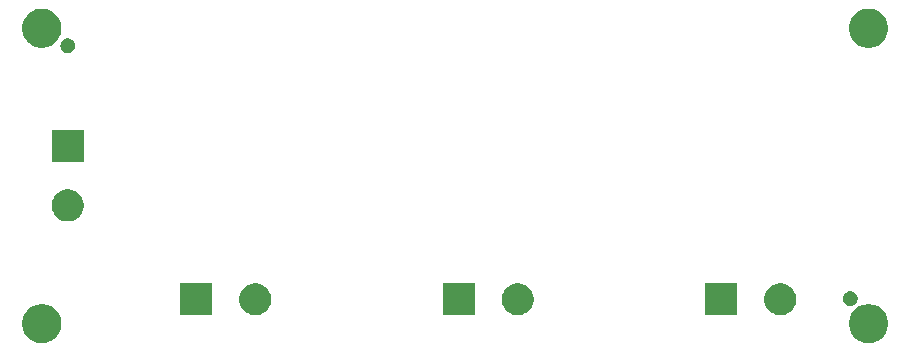
<source format=gbr>
G04 #@! TF.GenerationSoftware,KiCad,Pcbnew,(5.1.6)-1*
G04 #@! TF.CreationDate,2020-09-10T01:06:56+02:00*
G04 #@! TF.ProjectId,BananaSchplit,42616e61-6e61-4536-9368-706c69742e6b,rev?*
G04 #@! TF.SameCoordinates,Original*
G04 #@! TF.FileFunction,Soldermask,Bot*
G04 #@! TF.FilePolarity,Negative*
%FSLAX46Y46*%
G04 Gerber Fmt 4.6, Leading zero omitted, Abs format (unit mm)*
G04 Created by KiCad (PCBNEW (5.1.6)-1) date 2020-09-10 01:06:56*
%MOMM*%
%LPD*%
G01*
G04 APERTURE LIST*
%ADD10C,0.100000*%
G04 APERTURE END LIST*
D10*
G36*
X23175256Y-42691298D02*
G01*
X23281579Y-42712447D01*
X23582042Y-42836903D01*
X23852451Y-43017585D01*
X24082415Y-43247549D01*
X24263097Y-43517958D01*
X24387553Y-43818421D01*
X24451000Y-44137391D01*
X24451000Y-44462609D01*
X24387553Y-44781579D01*
X24263097Y-45082042D01*
X24082415Y-45352451D01*
X23852451Y-45582415D01*
X23582042Y-45763097D01*
X23281579Y-45887553D01*
X23175256Y-45908702D01*
X22962611Y-45951000D01*
X22637389Y-45951000D01*
X22424744Y-45908702D01*
X22318421Y-45887553D01*
X22017958Y-45763097D01*
X21747549Y-45582415D01*
X21517585Y-45352451D01*
X21336903Y-45082042D01*
X21212447Y-44781579D01*
X21149000Y-44462609D01*
X21149000Y-44137391D01*
X21212447Y-43818421D01*
X21336903Y-43517958D01*
X21517585Y-43247549D01*
X21747549Y-43017585D01*
X22017958Y-42836903D01*
X22318421Y-42712447D01*
X22424744Y-42691298D01*
X22637389Y-42649000D01*
X22962611Y-42649000D01*
X23175256Y-42691298D01*
G37*
G36*
X93175256Y-42691298D02*
G01*
X93281579Y-42712447D01*
X93582042Y-42836903D01*
X93852451Y-43017585D01*
X94082415Y-43247549D01*
X94263097Y-43517958D01*
X94387553Y-43818421D01*
X94451000Y-44137391D01*
X94451000Y-44462609D01*
X94387553Y-44781579D01*
X94263097Y-45082042D01*
X94082415Y-45352451D01*
X93852451Y-45582415D01*
X93582042Y-45763097D01*
X93281579Y-45887553D01*
X93175256Y-45908702D01*
X92962611Y-45951000D01*
X92637389Y-45951000D01*
X92424744Y-45908702D01*
X92318421Y-45887553D01*
X92017958Y-45763097D01*
X91747549Y-45582415D01*
X91517585Y-45352451D01*
X91336903Y-45082042D01*
X91212447Y-44781579D01*
X91149000Y-44462609D01*
X91149000Y-44137391D01*
X91212447Y-43818421D01*
X91336903Y-43517958D01*
X91517585Y-43247549D01*
X91747549Y-43017585D01*
X92017958Y-42836903D01*
X92318421Y-42712447D01*
X92424744Y-42691298D01*
X92637389Y-42649000D01*
X92962611Y-42649000D01*
X93175256Y-42691298D01*
G37*
G36*
X85719072Y-40950918D02*
G01*
X85964939Y-41052759D01*
X86076328Y-41127187D01*
X86186211Y-41200609D01*
X86374391Y-41388789D01*
X86522242Y-41610063D01*
X86624082Y-41855928D01*
X86675266Y-42113245D01*
X86676000Y-42116938D01*
X86676000Y-42383062D01*
X86624082Y-42644072D01*
X86522241Y-42889939D01*
X86374390Y-43111212D01*
X86186212Y-43299390D01*
X85964939Y-43447241D01*
X85964938Y-43447242D01*
X85964937Y-43447242D01*
X85719072Y-43549082D01*
X85458063Y-43601000D01*
X85191937Y-43601000D01*
X84930928Y-43549082D01*
X84685063Y-43447242D01*
X84685062Y-43447242D01*
X84685061Y-43447241D01*
X84463788Y-43299390D01*
X84275610Y-43111212D01*
X84127759Y-42889939D01*
X84025918Y-42644072D01*
X83974000Y-42383062D01*
X83974000Y-42116938D01*
X83974735Y-42113245D01*
X84025918Y-41855928D01*
X84127758Y-41610063D01*
X84275609Y-41388789D01*
X84463789Y-41200609D01*
X84573672Y-41127187D01*
X84685061Y-41052759D01*
X84930928Y-40950918D01*
X85191937Y-40899000D01*
X85458063Y-40899000D01*
X85719072Y-40950918D01*
G37*
G36*
X81676000Y-43601000D02*
G01*
X78974000Y-43601000D01*
X78974000Y-40899000D01*
X81676000Y-40899000D01*
X81676000Y-43601000D01*
G37*
G36*
X59451000Y-43601000D02*
G01*
X56749000Y-43601000D01*
X56749000Y-40899000D01*
X59451000Y-40899000D01*
X59451000Y-43601000D01*
G37*
G36*
X63494072Y-40950918D02*
G01*
X63739939Y-41052759D01*
X63851328Y-41127187D01*
X63961211Y-41200609D01*
X64149391Y-41388789D01*
X64297242Y-41610063D01*
X64399082Y-41855928D01*
X64450266Y-42113245D01*
X64451000Y-42116938D01*
X64451000Y-42383062D01*
X64399082Y-42644072D01*
X64297241Y-42889939D01*
X64149390Y-43111212D01*
X63961212Y-43299390D01*
X63739939Y-43447241D01*
X63739938Y-43447242D01*
X63739937Y-43447242D01*
X63494072Y-43549082D01*
X63233063Y-43601000D01*
X62966937Y-43601000D01*
X62705928Y-43549082D01*
X62460063Y-43447242D01*
X62460062Y-43447242D01*
X62460061Y-43447241D01*
X62238788Y-43299390D01*
X62050610Y-43111212D01*
X61902759Y-42889939D01*
X61800918Y-42644072D01*
X61749000Y-42383062D01*
X61749000Y-42116938D01*
X61749735Y-42113245D01*
X61800918Y-41855928D01*
X61902758Y-41610063D01*
X62050609Y-41388789D01*
X62238789Y-41200609D01*
X62348672Y-41127187D01*
X62460061Y-41052759D01*
X62705928Y-40950918D01*
X62966937Y-40899000D01*
X63233063Y-40899000D01*
X63494072Y-40950918D01*
G37*
G36*
X37226000Y-43601000D02*
G01*
X34524000Y-43601000D01*
X34524000Y-40899000D01*
X37226000Y-40899000D01*
X37226000Y-43601000D01*
G37*
G36*
X41269072Y-40950918D02*
G01*
X41514939Y-41052759D01*
X41626328Y-41127187D01*
X41736211Y-41200609D01*
X41924391Y-41388789D01*
X42072242Y-41610063D01*
X42174082Y-41855928D01*
X42225266Y-42113245D01*
X42226000Y-42116938D01*
X42226000Y-42383062D01*
X42174082Y-42644072D01*
X42072241Y-42889939D01*
X41924390Y-43111212D01*
X41736212Y-43299390D01*
X41514939Y-43447241D01*
X41514938Y-43447242D01*
X41514937Y-43447242D01*
X41269072Y-43549082D01*
X41008063Y-43601000D01*
X40741937Y-43601000D01*
X40480928Y-43549082D01*
X40235063Y-43447242D01*
X40235062Y-43447242D01*
X40235061Y-43447241D01*
X40013788Y-43299390D01*
X39825610Y-43111212D01*
X39677759Y-42889939D01*
X39575918Y-42644072D01*
X39524000Y-42383062D01*
X39524000Y-42116938D01*
X39524735Y-42113245D01*
X39575918Y-41855928D01*
X39677758Y-41610063D01*
X39825609Y-41388789D01*
X40013789Y-41200609D01*
X40123672Y-41127187D01*
X40235061Y-41052759D01*
X40480928Y-40950918D01*
X40741937Y-40899000D01*
X41008063Y-40899000D01*
X41269072Y-40950918D01*
G37*
G36*
X91372321Y-41560047D02*
G01*
X91432889Y-41572095D01*
X91489943Y-41595728D01*
X91546997Y-41619360D01*
X91649687Y-41687975D01*
X91737025Y-41775313D01*
X91805640Y-41878003D01*
X91805640Y-41878004D01*
X91852905Y-41992111D01*
X91877000Y-42113246D01*
X91877000Y-42236754D01*
X91852905Y-42357889D01*
X91829273Y-42414942D01*
X91805640Y-42471997D01*
X91737025Y-42574687D01*
X91649687Y-42662025D01*
X91546997Y-42730640D01*
X91489943Y-42754272D01*
X91432889Y-42777905D01*
X91372321Y-42789953D01*
X91311755Y-42802000D01*
X91188245Y-42802000D01*
X91127679Y-42789953D01*
X91067111Y-42777905D01*
X91010057Y-42754272D01*
X90953003Y-42730640D01*
X90850313Y-42662025D01*
X90762975Y-42574687D01*
X90694360Y-42471997D01*
X90670727Y-42414942D01*
X90647095Y-42357889D01*
X90623000Y-42236754D01*
X90623000Y-42113246D01*
X90647095Y-41992111D01*
X90694360Y-41878004D01*
X90694360Y-41878003D01*
X90762975Y-41775313D01*
X90850313Y-41687975D01*
X90953003Y-41619360D01*
X91010057Y-41595728D01*
X91067111Y-41572095D01*
X91127679Y-41560047D01*
X91188245Y-41548000D01*
X91311755Y-41548000D01*
X91372321Y-41560047D01*
G37*
G36*
X25394072Y-33000918D02*
G01*
X25639939Y-33102759D01*
X25861212Y-33250610D01*
X26049390Y-33438788D01*
X26197241Y-33660061D01*
X26299082Y-33905928D01*
X26351000Y-34166938D01*
X26351000Y-34433062D01*
X26299082Y-34694072D01*
X26197241Y-34939939D01*
X26049390Y-35161212D01*
X25861212Y-35349390D01*
X25639939Y-35497241D01*
X25639938Y-35497242D01*
X25639937Y-35497242D01*
X25394072Y-35599082D01*
X25133063Y-35651000D01*
X24866937Y-35651000D01*
X24605928Y-35599082D01*
X24360063Y-35497242D01*
X24360062Y-35497242D01*
X24360061Y-35497241D01*
X24138788Y-35349390D01*
X23950610Y-35161212D01*
X23802759Y-34939939D01*
X23700918Y-34694072D01*
X23649000Y-34433062D01*
X23649000Y-34166938D01*
X23700918Y-33905928D01*
X23802759Y-33660061D01*
X23950610Y-33438788D01*
X24138788Y-33250610D01*
X24360061Y-33102759D01*
X24605928Y-33000918D01*
X24866937Y-32949000D01*
X25133063Y-32949000D01*
X25394072Y-33000918D01*
G37*
G36*
X26351000Y-30651000D02*
G01*
X23649000Y-30651000D01*
X23649000Y-27949000D01*
X26351000Y-27949000D01*
X26351000Y-30651000D01*
G37*
G36*
X25122321Y-20160047D02*
G01*
X25182889Y-20172095D01*
X25239943Y-20195728D01*
X25296997Y-20219360D01*
X25399687Y-20287975D01*
X25487025Y-20375313D01*
X25555640Y-20478003D01*
X25555640Y-20478004D01*
X25598889Y-20582415D01*
X25602905Y-20592112D01*
X25627000Y-20713245D01*
X25627000Y-20836755D01*
X25602905Y-20957888D01*
X25555640Y-21071997D01*
X25487025Y-21174687D01*
X25399687Y-21262025D01*
X25296997Y-21330640D01*
X25239942Y-21354273D01*
X25182889Y-21377905D01*
X25122321Y-21389953D01*
X25061755Y-21402000D01*
X24938245Y-21402000D01*
X24877679Y-21389953D01*
X24817111Y-21377905D01*
X24760057Y-21354272D01*
X24703003Y-21330640D01*
X24600313Y-21262025D01*
X24512975Y-21174687D01*
X24444360Y-21071997D01*
X24397095Y-20957888D01*
X24373000Y-20836755D01*
X24373000Y-20713245D01*
X24397095Y-20592112D01*
X24401112Y-20582415D01*
X24444360Y-20478004D01*
X24444360Y-20478003D01*
X24512975Y-20375313D01*
X24600313Y-20287975D01*
X24703003Y-20219360D01*
X24760058Y-20195727D01*
X24817111Y-20172095D01*
X24877679Y-20160047D01*
X24938245Y-20148000D01*
X25061755Y-20148000D01*
X25122321Y-20160047D01*
G37*
G36*
X23175256Y-17691298D02*
G01*
X23281579Y-17712447D01*
X23582042Y-17836903D01*
X23852451Y-18017585D01*
X24082415Y-18247549D01*
X24263097Y-18517958D01*
X24387553Y-18818421D01*
X24451000Y-19137391D01*
X24451000Y-19462609D01*
X24387553Y-19781579D01*
X24263097Y-20082042D01*
X24082415Y-20352451D01*
X23852451Y-20582415D01*
X23582042Y-20763097D01*
X23281579Y-20887553D01*
X23175256Y-20908702D01*
X22962611Y-20951000D01*
X22637389Y-20951000D01*
X22424744Y-20908702D01*
X22318421Y-20887553D01*
X22017958Y-20763097D01*
X21747549Y-20582415D01*
X21517585Y-20352451D01*
X21336903Y-20082042D01*
X21212447Y-19781579D01*
X21149000Y-19462609D01*
X21149000Y-19137391D01*
X21212447Y-18818421D01*
X21336903Y-18517958D01*
X21517585Y-18247549D01*
X21747549Y-18017585D01*
X22017958Y-17836903D01*
X22318421Y-17712447D01*
X22424744Y-17691298D01*
X22637389Y-17649000D01*
X22962611Y-17649000D01*
X23175256Y-17691298D01*
G37*
G36*
X93175256Y-17691298D02*
G01*
X93281579Y-17712447D01*
X93582042Y-17836903D01*
X93852451Y-18017585D01*
X94082415Y-18247549D01*
X94263097Y-18517958D01*
X94387553Y-18818421D01*
X94451000Y-19137391D01*
X94451000Y-19462609D01*
X94387553Y-19781579D01*
X94263097Y-20082042D01*
X94082415Y-20352451D01*
X93852451Y-20582415D01*
X93582042Y-20763097D01*
X93281579Y-20887553D01*
X93175256Y-20908702D01*
X92962611Y-20951000D01*
X92637389Y-20951000D01*
X92424744Y-20908702D01*
X92318421Y-20887553D01*
X92017958Y-20763097D01*
X91747549Y-20582415D01*
X91517585Y-20352451D01*
X91336903Y-20082042D01*
X91212447Y-19781579D01*
X91149000Y-19462609D01*
X91149000Y-19137391D01*
X91212447Y-18818421D01*
X91336903Y-18517958D01*
X91517585Y-18247549D01*
X91747549Y-18017585D01*
X92017958Y-17836903D01*
X92318421Y-17712447D01*
X92424744Y-17691298D01*
X92637389Y-17649000D01*
X92962611Y-17649000D01*
X93175256Y-17691298D01*
G37*
M02*

</source>
